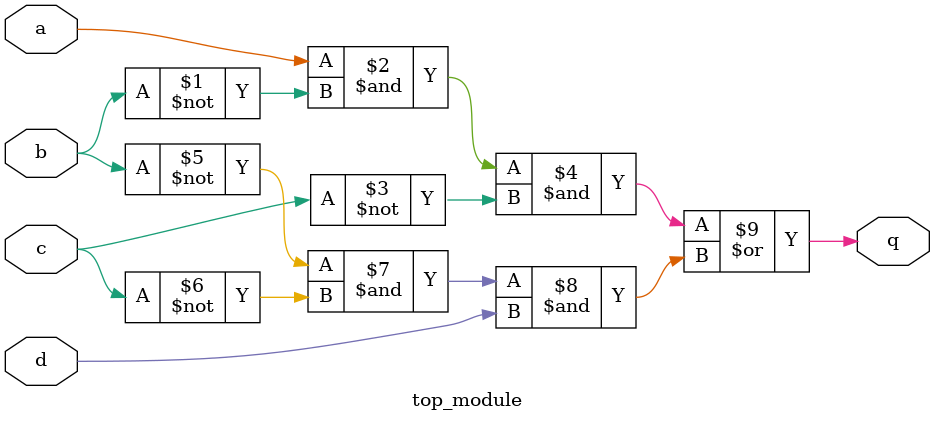
<source format=sv>
module top_module (
	input a, 
	input b, 
	input c, 
	input d,
	output q
);
	assign q = (a & ~b & ~c) | (~b & ~c & d);
endmodule

</source>
